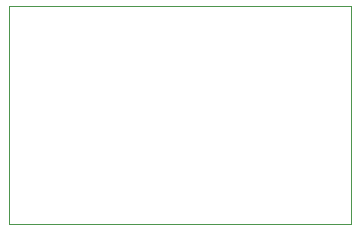
<source format=gbr>
%TF.GenerationSoftware,KiCad,Pcbnew,8.0.1*%
%TF.CreationDate,2025-01-27T15:49:22-05:00*%
%TF.ProjectId,PHY,5048592e-6b69-4636-9164-5f7063625858,rev?*%
%TF.SameCoordinates,Original*%
%TF.FileFunction,Profile,NP*%
%FSLAX46Y46*%
G04 Gerber Fmt 4.6, Leading zero omitted, Abs format (unit mm)*
G04 Created by KiCad (PCBNEW 8.0.1) date 2025-01-27 15:49:22*
%MOMM*%
%LPD*%
G01*
G04 APERTURE LIST*
%TA.AperFunction,Profile*%
%ADD10C,0.050000*%
%TD*%
G04 APERTURE END LIST*
D10*
X136100000Y-74400000D02*
X165100000Y-74400000D01*
X165100000Y-92900000D01*
X136100000Y-92900000D01*
X136100000Y-74400000D01*
M02*

</source>
